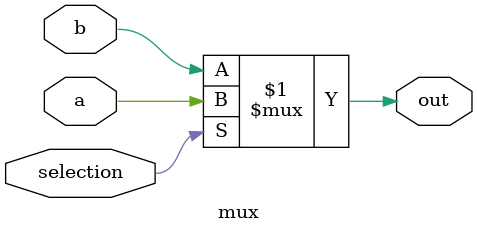
<source format=v>
`timescale 1ns / 1ps

// do I really need a mux?

module mux(
    input a,
    input b,
    input selection,
    output out
    );
    
    assign out = (selection)?a:b ;
    
endmodule

</source>
